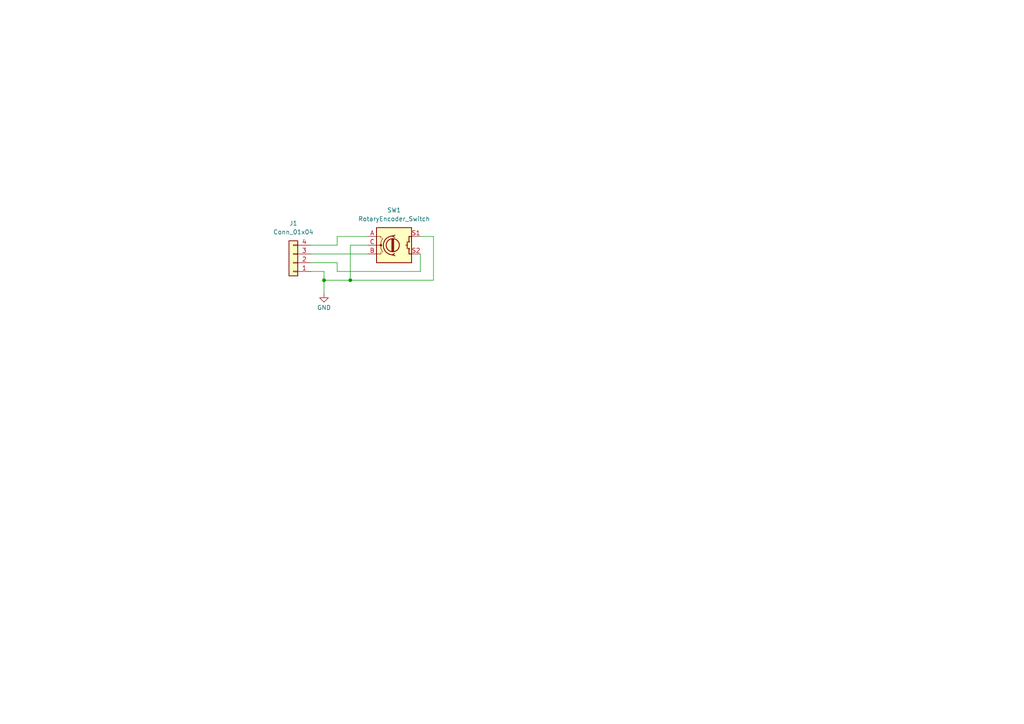
<source format=kicad_sch>
(kicad_sch (version 20230121) (generator eeschema)

  (uuid aadbc79b-64c9-4211-bd62-433a829a44c8)

  (paper "A4")

  (lib_symbols
    (symbol "Connector_Generic:Conn_01x04" (pin_names (offset 1.016) hide) (in_bom yes) (on_board yes)
      (property "Reference" "J" (at 0 5.08 0)
        (effects (font (size 1.27 1.27)))
      )
      (property "Value" "Conn_01x04" (at 0 -7.62 0)
        (effects (font (size 1.27 1.27)))
      )
      (property "Footprint" "" (at 0 0 0)
        (effects (font (size 1.27 1.27)) hide)
      )
      (property "Datasheet" "~" (at 0 0 0)
        (effects (font (size 1.27 1.27)) hide)
      )
      (property "ki_keywords" "connector" (at 0 0 0)
        (effects (font (size 1.27 1.27)) hide)
      )
      (property "ki_description" "Generic connector, single row, 01x04, script generated (kicad-library-utils/schlib/autogen/connector/)" (at 0 0 0)
        (effects (font (size 1.27 1.27)) hide)
      )
      (property "ki_fp_filters" "Connector*:*_1x??_*" (at 0 0 0)
        (effects (font (size 1.27 1.27)) hide)
      )
      (symbol "Conn_01x04_1_1"
        (rectangle (start -1.27 -4.953) (end 0 -5.207)
          (stroke (width 0.1524) (type default))
          (fill (type none))
        )
        (rectangle (start -1.27 -2.413) (end 0 -2.667)
          (stroke (width 0.1524) (type default))
          (fill (type none))
        )
        (rectangle (start -1.27 0.127) (end 0 -0.127)
          (stroke (width 0.1524) (type default))
          (fill (type none))
        )
        (rectangle (start -1.27 2.667) (end 0 2.413)
          (stroke (width 0.1524) (type default))
          (fill (type none))
        )
        (rectangle (start -1.27 3.81) (end 1.27 -6.35)
          (stroke (width 0.254) (type default))
          (fill (type background))
        )
        (pin passive line (at -5.08 2.54 0) (length 3.81)
          (name "Pin_1" (effects (font (size 1.27 1.27))))
          (number "1" (effects (font (size 1.27 1.27))))
        )
        (pin passive line (at -5.08 0 0) (length 3.81)
          (name "Pin_2" (effects (font (size 1.27 1.27))))
          (number "2" (effects (font (size 1.27 1.27))))
        )
        (pin passive line (at -5.08 -2.54 0) (length 3.81)
          (name "Pin_3" (effects (font (size 1.27 1.27))))
          (number "3" (effects (font (size 1.27 1.27))))
        )
        (pin passive line (at -5.08 -5.08 0) (length 3.81)
          (name "Pin_4" (effects (font (size 1.27 1.27))))
          (number "4" (effects (font (size 1.27 1.27))))
        )
      )
    )
    (symbol "Device:RotaryEncoder_Switch" (pin_names (offset 0.254) hide) (in_bom yes) (on_board yes)
      (property "Reference" "SW" (at 0 6.604 0)
        (effects (font (size 1.27 1.27)))
      )
      (property "Value" "RotaryEncoder_Switch" (at 0 -6.604 0)
        (effects (font (size 1.27 1.27)))
      )
      (property "Footprint" "" (at -3.81 4.064 0)
        (effects (font (size 1.27 1.27)) hide)
      )
      (property "Datasheet" "~" (at 0 6.604 0)
        (effects (font (size 1.27 1.27)) hide)
      )
      (property "ki_keywords" "rotary switch encoder switch push button" (at 0 0 0)
        (effects (font (size 1.27 1.27)) hide)
      )
      (property "ki_description" "Rotary encoder, dual channel, incremental quadrate outputs, with switch" (at 0 0 0)
        (effects (font (size 1.27 1.27)) hide)
      )
      (property "ki_fp_filters" "RotaryEncoder*Switch*" (at 0 0 0)
        (effects (font (size 1.27 1.27)) hide)
      )
      (symbol "RotaryEncoder_Switch_0_1"
        (rectangle (start -5.08 5.08) (end 5.08 -5.08)
          (stroke (width 0.254) (type default))
          (fill (type background))
        )
        (circle (center -3.81 0) (radius 0.254)
          (stroke (width 0) (type default))
          (fill (type outline))
        )
        (circle (center -0.381 0) (radius 1.905)
          (stroke (width 0.254) (type default))
          (fill (type none))
        )
        (arc (start -0.381 2.667) (mid -3.0988 -0.0635) (end -0.381 -2.794)
          (stroke (width 0.254) (type default))
          (fill (type none))
        )
        (polyline
          (pts
            (xy -0.635 -1.778)
            (xy -0.635 1.778)
          )
          (stroke (width 0.254) (type default))
          (fill (type none))
        )
        (polyline
          (pts
            (xy -0.381 -1.778)
            (xy -0.381 1.778)
          )
          (stroke (width 0.254) (type default))
          (fill (type none))
        )
        (polyline
          (pts
            (xy -0.127 1.778)
            (xy -0.127 -1.778)
          )
          (stroke (width 0.254) (type default))
          (fill (type none))
        )
        (polyline
          (pts
            (xy 3.81 0)
            (xy 3.429 0)
          )
          (stroke (width 0.254) (type default))
          (fill (type none))
        )
        (polyline
          (pts
            (xy 3.81 1.016)
            (xy 3.81 -1.016)
          )
          (stroke (width 0.254) (type default))
          (fill (type none))
        )
        (polyline
          (pts
            (xy -5.08 -2.54)
            (xy -3.81 -2.54)
            (xy -3.81 -2.032)
          )
          (stroke (width 0) (type default))
          (fill (type none))
        )
        (polyline
          (pts
            (xy -5.08 2.54)
            (xy -3.81 2.54)
            (xy -3.81 2.032)
          )
          (stroke (width 0) (type default))
          (fill (type none))
        )
        (polyline
          (pts
            (xy 0.254 -3.048)
            (xy -0.508 -2.794)
            (xy 0.127 -2.413)
          )
          (stroke (width 0.254) (type default))
          (fill (type none))
        )
        (polyline
          (pts
            (xy 0.254 2.921)
            (xy -0.508 2.667)
            (xy 0.127 2.286)
          )
          (stroke (width 0.254) (type default))
          (fill (type none))
        )
        (polyline
          (pts
            (xy 5.08 -2.54)
            (xy 4.318 -2.54)
            (xy 4.318 -1.016)
          )
          (stroke (width 0.254) (type default))
          (fill (type none))
        )
        (polyline
          (pts
            (xy 5.08 2.54)
            (xy 4.318 2.54)
            (xy 4.318 1.016)
          )
          (stroke (width 0.254) (type default))
          (fill (type none))
        )
        (polyline
          (pts
            (xy -5.08 0)
            (xy -3.81 0)
            (xy -3.81 -1.016)
            (xy -3.302 -2.032)
          )
          (stroke (width 0) (type default))
          (fill (type none))
        )
        (polyline
          (pts
            (xy -4.318 0)
            (xy -3.81 0)
            (xy -3.81 1.016)
            (xy -3.302 2.032)
          )
          (stroke (width 0) (type default))
          (fill (type none))
        )
        (circle (center 4.318 -1.016) (radius 0.127)
          (stroke (width 0.254) (type default))
          (fill (type none))
        )
        (circle (center 4.318 1.016) (radius 0.127)
          (stroke (width 0.254) (type default))
          (fill (type none))
        )
      )
      (symbol "RotaryEncoder_Switch_1_1"
        (pin passive line (at -7.62 2.54 0) (length 2.54)
          (name "A" (effects (font (size 1.27 1.27))))
          (number "A" (effects (font (size 1.27 1.27))))
        )
        (pin passive line (at -7.62 -2.54 0) (length 2.54)
          (name "B" (effects (font (size 1.27 1.27))))
          (number "B" (effects (font (size 1.27 1.27))))
        )
        (pin passive line (at -7.62 0 0) (length 2.54)
          (name "C" (effects (font (size 1.27 1.27))))
          (number "C" (effects (font (size 1.27 1.27))))
        )
        (pin passive line (at 7.62 2.54 180) (length 2.54)
          (name "S1" (effects (font (size 1.27 1.27))))
          (number "S1" (effects (font (size 1.27 1.27))))
        )
        (pin passive line (at 7.62 -2.54 180) (length 2.54)
          (name "S2" (effects (font (size 1.27 1.27))))
          (number "S2" (effects (font (size 1.27 1.27))))
        )
      )
    )
    (symbol "power:GND" (power) (pin_names (offset 0)) (in_bom yes) (on_board yes)
      (property "Reference" "#PWR" (at 0 -6.35 0)
        (effects (font (size 1.27 1.27)) hide)
      )
      (property "Value" "GND" (at 0 -3.81 0)
        (effects (font (size 1.27 1.27)))
      )
      (property "Footprint" "" (at 0 0 0)
        (effects (font (size 1.27 1.27)) hide)
      )
      (property "Datasheet" "" (at 0 0 0)
        (effects (font (size 1.27 1.27)) hide)
      )
      (property "ki_keywords" "global power" (at 0 0 0)
        (effects (font (size 1.27 1.27)) hide)
      )
      (property "ki_description" "Power symbol creates a global label with name \"GND\" , ground" (at 0 0 0)
        (effects (font (size 1.27 1.27)) hide)
      )
      (symbol "GND_0_1"
        (polyline
          (pts
            (xy 0 0)
            (xy 0 -1.27)
            (xy 1.27 -1.27)
            (xy 0 -2.54)
            (xy -1.27 -1.27)
            (xy 0 -1.27)
          )
          (stroke (width 0) (type default))
          (fill (type none))
        )
      )
      (symbol "GND_1_1"
        (pin power_in line (at 0 0 270) (length 0) hide
          (name "GND" (effects (font (size 1.27 1.27))))
          (number "1" (effects (font (size 1.27 1.27))))
        )
      )
    )
  )

  (junction (at 93.98 81.28) (diameter 0) (color 0 0 0 0)
    (uuid 0109f741-e23d-4198-a096-d5dde77a7ec3)
  )
  (junction (at 101.6 81.28) (diameter 0) (color 0 0 0 0)
    (uuid fdb0ef63-1f81-4ebc-9803-379c1007b530)
  )

  (wire (pts (xy 93.98 81.28) (xy 93.98 85.09))
    (stroke (width 0) (type default))
    (uuid 1eaae191-4831-47e2-8d87-55bcfd17c6a7)
  )
  (wire (pts (xy 93.98 81.28) (xy 101.6 81.28))
    (stroke (width 0) (type default))
    (uuid 3b5b45fb-4f14-4abb-95a0-cf19aebdfc4f)
  )
  (wire (pts (xy 121.92 68.58) (xy 125.73 68.58))
    (stroke (width 0) (type default))
    (uuid 48fa55fa-9175-42eb-adc6-173e504846e9)
  )
  (wire (pts (xy 97.79 78.74) (xy 97.79 76.2))
    (stroke (width 0) (type default))
    (uuid 4f896070-ed2f-4015-9cdd-b3beb9addac6)
  )
  (wire (pts (xy 93.98 78.74) (xy 93.98 81.28))
    (stroke (width 0) (type default))
    (uuid 58bb89d8-a3b9-4816-81de-e8419ad87803)
  )
  (wire (pts (xy 90.17 76.2) (xy 97.79 76.2))
    (stroke (width 0) (type default))
    (uuid 68815340-79be-4284-9966-9ac0c913ddaa)
  )
  (wire (pts (xy 125.73 68.58) (xy 125.73 81.28))
    (stroke (width 0) (type default))
    (uuid 9590c3b2-0364-43dc-8200-fe6d1ab24c6f)
  )
  (wire (pts (xy 97.79 68.58) (xy 97.79 71.12))
    (stroke (width 0) (type default))
    (uuid 95c8d999-5710-4609-a615-b3d463dc5d95)
  )
  (wire (pts (xy 106.68 71.12) (xy 101.6 71.12))
    (stroke (width 0) (type default))
    (uuid 982b722a-00e1-4c04-955f-378bb9e5b80e)
  )
  (wire (pts (xy 90.17 78.74) (xy 93.98 78.74))
    (stroke (width 0) (type default))
    (uuid a2fb1899-78df-4ac0-aeab-8d968d679d75)
  )
  (wire (pts (xy 101.6 71.12) (xy 101.6 81.28))
    (stroke (width 0) (type default))
    (uuid a3f75314-a089-4986-b5dd-c67dbafb6259)
  )
  (wire (pts (xy 121.92 78.74) (xy 97.79 78.74))
    (stroke (width 0) (type default))
    (uuid a6d43cbc-95e4-4244-8ebf-defe791c781f)
  )
  (wire (pts (xy 121.92 73.66) (xy 121.92 78.74))
    (stroke (width 0) (type default))
    (uuid c08a6afb-abf6-4c23-82c6-b497e9979e4c)
  )
  (wire (pts (xy 90.17 73.66) (xy 106.68 73.66))
    (stroke (width 0) (type default))
    (uuid c0ecd163-694a-4589-8950-6321b3f67058)
  )
  (wire (pts (xy 90.17 71.12) (xy 97.79 71.12))
    (stroke (width 0) (type default))
    (uuid c500afd7-daf8-432f-9519-7b3861b6b451)
  )
  (wire (pts (xy 101.6 81.28) (xy 125.73 81.28))
    (stroke (width 0) (type default))
    (uuid cc87b491-9091-40e9-bac3-e67bf48b5db1)
  )
  (wire (pts (xy 106.68 68.58) (xy 97.79 68.58))
    (stroke (width 0) (type default))
    (uuid dfe66151-6ce6-4d0f-8358-d186a0828836)
  )

  (symbol (lib_id "Connector_Generic:Conn_01x04") (at 85.09 76.2 180) (unit 1)
    (in_bom yes) (on_board yes) (dnp no) (fields_autoplaced)
    (uuid 2d3e6fef-751c-4bc4-936f-e0004a2ba877)
    (property "Reference" "J1" (at 85.09 64.77 0)
      (effects (font (size 1.27 1.27)))
    )
    (property "Value" "Conn_01x04" (at 85.09 67.31 0)
      (effects (font (size 1.27 1.27)))
    )
    (property "Footprint" "Connector_JST:JST_PH_B4B-PH-K_1x04_P2.00mm_Vertical" (at 85.09 76.2 0)
      (effects (font (size 1.27 1.27)) hide)
    )
    (property "Datasheet" "~" (at 85.09 76.2 0)
      (effects (font (size 1.27 1.27)) hide)
    )
    (pin "1" (uuid c52c9972-fb66-4651-bd4d-e15430dea207))
    (pin "2" (uuid 9bc3fc17-e809-46ac-be96-40d33c9bae63))
    (pin "3" (uuid f9f732c7-b2d0-4d86-8ca0-f6f3a5713090))
    (pin "4" (uuid c45edf48-7b47-42b3-994d-87ecf0ede93e))
    (instances
      (project "kha-bgt-generic-rotary-encoder"
        (path "/aadbc79b-64c9-4211-bd62-433a829a44c8"
          (reference "J1") (unit 1)
        )
      )
    )
  )

  (symbol (lib_id "Device:RotaryEncoder_Switch") (at 114.3 71.12 0) (unit 1)
    (in_bom yes) (on_board yes) (dnp no) (fields_autoplaced)
    (uuid c30e21db-a77e-49d2-b562-5f72beb03cee)
    (property "Reference" "SW1" (at 114.3 60.96 0)
      (effects (font (size 1.27 1.27)))
    )
    (property "Value" "RotaryEncoder_Switch" (at 114.3 63.5 0)
      (effects (font (size 1.27 1.27)))
    )
    (property "Footprint" "Rotary_Encoder:RotaryEncoder_Alps_EC11E-Switch_Vertical_H20mm" (at 110.49 67.056 0)
      (effects (font (size 1.27 1.27)) hide)
    )
    (property "Datasheet" "~" (at 114.3 64.516 0)
      (effects (font (size 1.27 1.27)) hide)
    )
    (pin "A" (uuid 16d4e6c1-cb92-4958-9b74-b76bc61a44d0))
    (pin "B" (uuid 9839b9c1-f2f5-4956-8a5b-d32f9ec25c81))
    (pin "C" (uuid 7328e653-e07a-4ec4-a868-ef0ae9e14f84))
    (pin "S1" (uuid 993e8374-e1c4-40af-9f58-51a0b7a8c0c1))
    (pin "S2" (uuid 6cb2123c-7d86-4ef7-a864-35740dbe5386))
    (instances
      (project "kha-bgt-generic-rotary-encoder"
        (path "/aadbc79b-64c9-4211-bd62-433a829a44c8"
          (reference "SW1") (unit 1)
        )
      )
    )
  )

  (symbol (lib_id "power:GND") (at 93.98 85.09 0) (unit 1)
    (in_bom yes) (on_board yes) (dnp no) (fields_autoplaced)
    (uuid cc2e24c2-5dbe-41fd-8cf3-0100ec44a164)
    (property "Reference" "#PWR01" (at 93.98 91.44 0)
      (effects (font (size 1.27 1.27)) hide)
    )
    (property "Value" "GND" (at 93.98 89.2231 0)
      (effects (font (size 1.27 1.27)))
    )
    (property "Footprint" "" (at 93.98 85.09 0)
      (effects (font (size 1.27 1.27)) hide)
    )
    (property "Datasheet" "" (at 93.98 85.09 0)
      (effects (font (size 1.27 1.27)) hide)
    )
    (pin "1" (uuid 3ae9756c-8e9c-47af-95ec-82cd7843b36a))
    (instances
      (project "kha-bgt-generic-rotary-encoder"
        (path "/aadbc79b-64c9-4211-bd62-433a829a44c8"
          (reference "#PWR01") (unit 1)
        )
      )
    )
  )

  (sheet_instances
    (path "/" (page "1"))
  )
)

</source>
